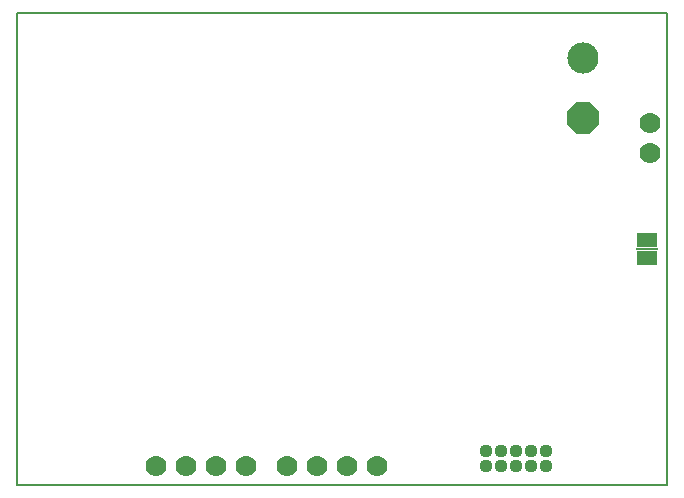
<source format=gbs>
G75*
%MOIN*%
%OFA0B0*%
%FSLAX25Y25*%
%IPPOS*%
%LPD*%
%AMOC8*
5,1,8,0,0,1.08239X$1,22.5*
%
%ADD10C,0.00600*%
%ADD11C,0.10400*%
%ADD12OC8,0.10400*%
%ADD13C,0.04400*%
%ADD14C,0.07000*%
%ADD15R,0.06700X0.05000*%
%ADD16R,0.07200X0.00600*%
D10*
X0028250Y0020400D02*
X0244785Y0020400D01*
X0244785Y0177880D01*
X0028250Y0177880D01*
X0028250Y0020400D01*
D11*
X0217000Y0162900D03*
D12*
X0217000Y0142900D03*
D13*
X0204500Y0031650D03*
X0199500Y0031650D03*
X0194500Y0031650D03*
X0189500Y0031650D03*
X0184500Y0031650D03*
X0184500Y0026650D03*
X0189500Y0026650D03*
X0194500Y0026650D03*
X0199500Y0026650D03*
X0204500Y0026650D03*
D14*
X0148250Y0026650D03*
X0138250Y0026650D03*
X0128250Y0026650D03*
X0118250Y0026650D03*
X0104500Y0026650D03*
X0094500Y0026650D03*
X0084500Y0026650D03*
X0074500Y0026650D03*
X0239237Y0131037D03*
X0239237Y0141038D03*
D15*
X0238250Y0102150D03*
X0238250Y0096150D03*
D16*
X0238250Y0099150D03*
M02*

</source>
